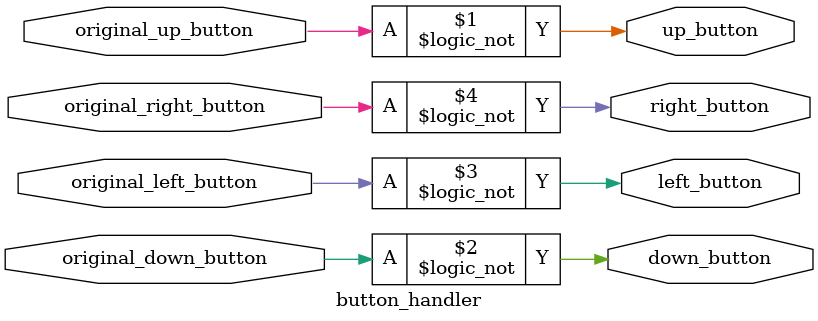
<source format=v>
module button_handler (
    input original_up_button,
    input original_down_button,
    input original_left_button,
    input original_right_button,
    output up_button,
    output down_button,
    output left_button,
    output right_button
);
    assign up_button = !original_up_button;
    assign down_button = !original_down_button;
    assign left_button = !original_left_button;
    assign right_button = !original_right_button;
endmodule
</source>
